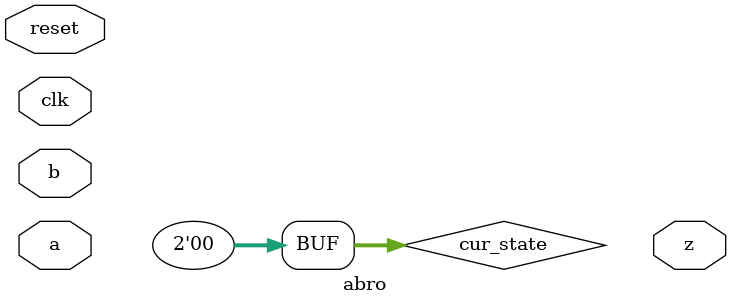
<source format=v>
module abro(
input clk, reset,  
input a,  b,
output z );
parameter IDLE = 0,
S1 = 1,
S2 = 2,
S3 = 3;
reg [1:0] cur_state,next_state;
//This is an FSM with the output z high when either of the input signals a or b are high irrsepective of their order.
always@(clk or !reset) begin
    cur_state <= IDLE; 
 next_state <= a & c; 
end
endmodule

</source>
